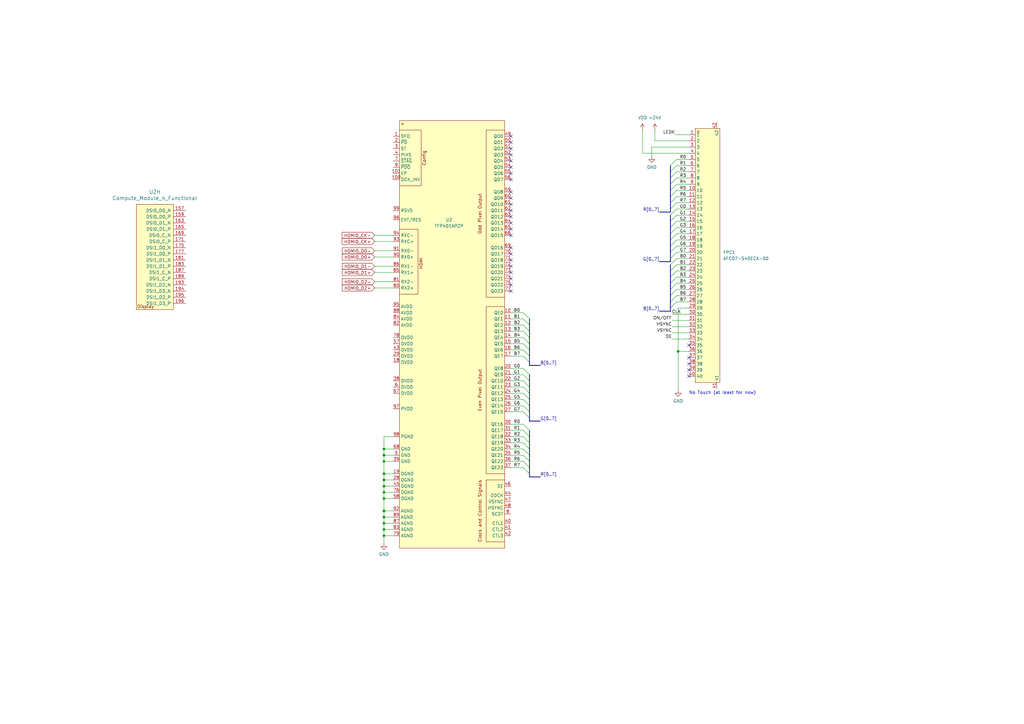
<source format=kicad_sch>
(kicad_sch (version 20230121) (generator eeschema)
  (paper "A3")
  (lib_symbols
    (symbol "Raspberry_Pi_Compute_Module_4:Compute_Module_4_Functional" (pin_names (offset 1.016))
      (property "Reference" "U" (at 5.08 5.08 0))
      (property "Value" "Compute_Module_4_Functional" (at 5.08 7.62 0))
      (symbol "Compute_Module_4_Functional_1_0"
        (text "Power" (at 21.59 -13.97 0) (effects (font (size 1.27 1.27))))
      )
      (symbol "Compute_Module_4_Functional_1_1"
        (rectangle (start 5.08 2.54) (end 38.1 -15.24) (fill (type background)))
        (pin power_in line (at 0 -13.97 0) (length 5.08) (name "GND[51]") (number "1"))
        (pin power_in line (at 0 -13.97 0) (length 5.08) (name "GND[51]") (number "107"))
        (pin power_in line (at 0 -13.97 0) (length 5.08) (name "GND[51]") (number "108"))
        (pin power_in line (at 0 -13.97 0) (length 5.08) (name "GND[51]") (number "113"))
        (pin power_in line (at 0 -13.97 0) (length 5.08) (name "GND[51]") (number "114"))
        (pin power_in line (at 0 -13.97 0) (length 5.08) (name "GND[51]") (number "119"))
        (pin power_in line (at 0 -13.97 0) (length 5.08) (name "GND[51]") (number "120"))
        (pin power_in line (at 0 -13.97 0) (length 5.08) (name "GND[51]") (number "125"))
        (pin power_in line (at 0 -13.97 0) (length 5.08) (name "GND[51]") (number "126"))
        (pin power_in line (at 0 -13.97 0) (length 5.08) (name "GND[51]") (number "13"))
        (pin power_in line (at 0 -13.97 0) (length 5.08) (name "GND[51]") (number "131"))
        (pin power_in line (at 0 -13.97 0) (length 5.08) (name "GND[51]") (number "132"))
        (pin power_in line (at 0 -13.97 0) (length 5.08) (name "GND[51]") (number "137"))
        (pin power_in line (at 0 -13.97 0) (length 5.08) (name "GND[51]") (number "138"))
        (pin power_in line (at 0 -13.97 0) (length 5.08) (name "GND[51]") (number "14"))
        (pin power_in line (at 0 -13.97 0) (length 5.08) (name "GND[51]") (number "144"))
        (pin power_in line (at 0 -13.97 0) (length 5.08) (name "GND[51]") (number "150"))
        (pin power_in line (at 0 -13.97 0) (length 5.08) (name "GND[51]") (number "155"))
        (pin power_in line (at 0 -13.97 0) (length 5.08) (name "GND[51]") (number "156"))
        (pin power_in line (at 0 -13.97 0) (length 5.08) (name "GND[51]") (number "161"))
        (pin power_in line (at 0 -13.97 0) (length 5.08) (name "GND[51]") (number "162"))
        (pin power_in line (at 0 -13.97 0) (length 5.08) (name "GND[51]") (number "167"))
        (pin power_in line (at 0 -13.97 0) (length 5.08) (name "GND[51]") (number "168"))
        (pin power_in line (at 0 -13.97 0) (length 5.08) (name "GND[51]") (number "173"))
        (pin power_in line (at 0 -13.97 0) (length 5.08) (name "GND[51]") (number "174"))
        (pin power_in line (at 0 -13.97 0) (length 5.08) (name "GND[51]") (number "179"))
        (pin power_in line (at 0 -13.97 0) (length 5.08) (name "GND[51]") (number "180"))
        (pin power_in line (at 0 -13.97 0) (length 5.08) (name "GND[51]") (number "185"))
        (pin power_in line (at 0 -13.97 0) (length 5.08) (name "GND[51]") (number "186"))
        (pin power_in line (at 0 -13.97 0) (length 5.08) (name "GND[51]") (number "191"))
        (pin power_in line (at 0 -13.97 0) (length 5.08) (name "GND[51]") (number "192"))
        (pin power_in line (at 0 -13.97 0) (length 5.08) (name "GND[51]") (number "197"))
        (pin power_in line (at 0 -13.97 0) (length 5.08) (name "GND[51]") (number "198"))
        (pin power_in line (at 0 -13.97 0) (length 5.08) (name "GND[51]") (number "2"))
        (pin power_in line (at 0 -13.97 0) (length 5.08) (name "GND[51]") (number "22"))
        (pin power_in line (at 0 -13.97 0) (length 5.08) (name "GND[51]") (number "23"))
        (pin power_in line (at 0 -13.97 0) (length 5.08) (name "GND[51]") (number "32"))
        (pin power_in line (at 0 -13.97 0) (length 5.08) (name "GND[51]") (number "33"))
        (pin power_in line (at 0 -13.97 0) (length 5.08) (name "GND[51]") (number "42"))
        (pin power_in line (at 0 -13.97 0) (length 5.08) (name "GND[51]") (number "43"))
        (pin power_in line (at 0 -13.97 0) (length 5.08) (name "GND[51]") (number "52"))
        (pin power_in line (at 0 -13.97 0) (length 5.08) (name "GND[51]") (number "53"))
        (pin power_in line (at 0 -13.97 0) (length 5.08) (name "GND[51]") (number "59"))
        (pin power_in line (at 0 -13.97 0) (length 5.08) (name "GND[51]") (number "60"))
        (pin power_in line (at 0 -13.97 0) (length 5.08) (name "GND[51]") (number "65"))
        (pin power_in line (at 0 -13.97 0) (length 5.08) (name "GND[51]") (number "66"))
        (pin power_in line (at 0 -13.97 0) (length 5.08) (name "GND[51]") (number "7"))
        (pin power_in line (at 0 -13.97 0) (length 5.08) (name "GND[51]") (number "71"))
        (pin power_in line (at 0 -13.97 0) (length 5.08) (name "GND[51]") (number "74"))
        (pin power_in line (at 0 1.27 0) (length 5.08) (name "+5V") (number "77"))
        (pin power_in line (at 0 -1.27 0) (length 5.08) (name "+5V") (number "79"))
        (pin power_in line (at 0 -13.97 0) (length 5.08) (name "GND[51]") (number "8"))
        (pin power_in line (at 0 -3.81 0) (length 5.08) (name "+5V") (number "81"))
        (pin power_in line (at 0 -6.35 0) (length 5.08) (name "+5V") (number "83"))
        (pin power_out line (at 43.18 -2.54 180) (length 5.08) (name "CM4_3.3V_Out_1") (number "84"))
        (pin power_in line (at 0 -8.89 0) (length 5.08) (name "+5V") (number "85"))
        (pin power_out line (at 43.18 -5.08 180) (length 5.08) (name "CM4_3.3V_Out_2") (number "86"))
        (pin power_in line (at 0 -11.43 0) (length 5.08) (name "+5V") (number "87"))
        (pin power_out line (at 43.18 -7.62 180) (length 5.08) (name "CM4_1.8V_Out_1") (number "88"))
        (pin power_out line (at 43.18 -10.16 180) (length 5.08) (name "CM4_1.8V_Out_2") (number "90"))
        (pin power_in line (at 0 -13.97 0) (length 5.08) (name "GND[51]") (number "98"))
      )
      (symbol "Compute_Module_4_Functional_2_0"
        (text "GPIO" (at 7.62 -69.85 0) (effects (font (size 1.27 1.27))))
      )
      (symbol "Compute_Module_4_Functional_2_1"
        (rectangle (start 5.08 2.54) (end 30.48 -71.12) (fill (type background)))
        (pin passive line (at 35.56 0 180) (length 5.08) (name "GPIO26") (number "24"))
        (pin passive line (at 35.56 -2.54 180) (length 5.08) (name "GPIO21") (number "25"))
        (pin passive line (at 35.56 -5.08 180) (length 5.08) (name "GPIO19") (number "26"))
        (pin passive line (at 35.56 -7.62 180) (length 5.08) (name "GPIO20") (number "27"))
        (pin passive line (at 35.56 -10.16 180) (length 5.08) (name "GPIO13") (number "28"))
        (pin passive line (at 35.56 -12.7 180) (length 5.08) (name "GPIO16") (number "29"))
        (pin passive line (at 35.56 -15.24 180) (length 5.08) (name "GPIO6") (number "30"))
        (pin passive line (at 35.56 -17.78 180) (length 5.08) (name "GPIO12") (number "31"))
        (pin passive line (at 35.56 -20.32 180) (length 5.08) (name "GPIO5") (number "34"))
        (pin passive line (at 35.56 -22.86 180) (length 5.08) (name "ID_SC") (number "35"))
        (pin passive line (at 35.56 -25.4 180) (length 5.08) (name "ID_SD") (number "36"))
        (pin passive line (at 35.56 -27.94 180) (length 5.08) (name "GPIO7") (number "37"))
        (pin passive line (at 35.56 -30.48 180) (length 5.08) (name "GPIO11") (number "38"))
        (pin passive line (at 35.56 -33.02 180) (length 5.08) (name "GPIO8") (number "39"))
        (pin passive line (at 35.56 -35.56 180) (length 5.08) (name "GPIO9") (number "40"))
        (pin passive line (at 35.56 -38.1 180) (length 5.08) (name "GPIO25") (number "41"))
        (pin passive line (at 35.56 -40.64 180) (length 5.08) (name "GPIO10") (number "44"))
        (pin passive line (at 35.56 -43.18 180) (length 5.08) (name "GPIO24") (number "45"))
        (pin passive line (at 35.56 -45.72 180) (length 5.08) (name "GPIO22") (number "46"))
        (pin passive line (at 35.56 -48.26 180) (length 5.08) (name "GPIO23") (number "47"))
        (pin passive line (at 35.56 -50.8 180) (length 5.08) (name "GPIO27") (number "48"))
        (pin passive line (at 35.56 -53.34 180) (length 5.08) (name "GPIO18") (number "49"))
        (pin passive line (at 35.56 -55.88 180) (length 5.08) (name "GPIO17") (number "50"))
        (pin passive line (at 35.56 -58.42 180) (length 5.08) (name "GPIO15") (number "51"))
        (pin passive line (at 35.56 -60.96 180) (length 5.08) (name "GPIO4") (number "54"))
        (pin passive line (at 35.56 -63.5 180) (length 5.08) (name "GPIO14") (number "55"))
        (pin passive line (at 35.56 -66.04 180) (length 5.08) (name "GPIO3") (number "56"))
        (pin passive line (at 35.56 -68.58 180) (length 5.08) (name "GPIO2") (number "58"))
        (pin power_in line (at 0 -33.02 0) (length 5.08) (name "GPIO_VREF") (number "78"))
      )
      (symbol "Compute_Module_4_Functional_3_0"
        (text "Ethernet" (at 10.16 -26.67 0) (effects (font (size 1.27 1.27))))
      )
      (symbol "Compute_Module_4_Functional_3_1"
        (rectangle (start 5.08 2.54) (end 53.34 -27.94) (fill (type background)))
        (pin passive line (at 58.42 -12.7 180) (length 5.08) (name "Ethernet_Pair0_N") (number "10"))
        (pin passive line (at 58.42 -15.24 180) (length 5.08) (name "Ethernet_Pair2_P") (number "11"))
        (pin passive line (at 58.42 -17.78 180) (length 5.08) (name "Ethernet_Pair0_P") (number "12"))
        (pin output line (at 58.42 -20.32 180) (length 5.08) (name "~{Ethernet_nLED3}") (number "15"))
        (pin input line (at 0 -10.16 0) (length 5.08) (name "Ethernet_SYNC_IN") (number "16"))
        (pin output line (at 58.42 -22.86 180) (length 5.08) (name "~{Ethernet_nLED2}") (number "17"))
        (pin input line (at 0 -12.7 0) (length 5.08) (name "Ethernet_SYNC_OUT") (number "18"))
        (pin output line (at 58.42 -25.4 180) (length 5.08) (name "~{Ethernet_nLED1}") (number "19"))
        (pin passive line (at 58.42 0 180) (length 5.08) (name "Ethernet_Pair3_P") (number "3"))
        (pin passive line (at 58.42 -2.54 180) (length 5.08) (name "Ethernet_Pair1_P") (number "4"))
        (pin passive line (at 58.42 -5.08 180) (length 5.08) (name "Ethernet_Pair3_N") (number "5"))
        (pin passive line (at 58.42 -7.62 180) (length 5.08) (name "Ethernet_Pair1_N") (number "6"))
        (pin passive line (at 58.42 -10.16 180) (length 5.08) (name "Ethernet_Pair2_N") (number "9"))
      )
      (symbol "Compute_Module_4_Functional_4_0"
        (text "USB" (at 7.62 -6.35 0) (effects (font (size 1.27 1.27))))
      )
      (symbol "Compute_Module_4_Functional_4_1"
        (rectangle (start 5.08 2.54) (end 20.32 -7.62) (fill (type background)))
        (pin input line (at 25.4 0 180) (length 5.08) (name "USB_OTG_ID") (number "101"))
        (pin passive line (at 25.4 -2.54 180) (length 5.08) (name "USB_N") (number "103"))
        (pin passive line (at 25.4 -5.08 180) (length 5.08) (name "USB_P") (number "105"))
      )
      (symbol "Compute_Module_4_Functional_5_0"
        (text "PCI-E" (at 8.89 -19.05 0) (effects (font (size 1.27 1.27))))
      )
      (symbol "Compute_Module_4_Functional_5_1"
        (rectangle (start 5.08 2.54) (end 25.4 -20.32) (fill (type background)))
        (pin input line (at 30.48 0 180) (length 5.08) (name "~{PCIe_CLK_nREQ}") (number "102"))
        (pin output line (at 30.48 -2.54 180) (length 5.08) (name "~{PCIe_nRST}") (number "109"))
        (pin output line (at 30.48 -5.08 180) (length 5.08) (name "PCIe_CLK_P") (number "110"))
        (pin output line (at 30.48 -7.62 180) (length 5.08) (name "PCIe_CLK_N") (number "112"))
        (pin input line (at 30.48 -10.16 180) (length 5.08) (name "PCIe_RX_P") (number "116"))
        (pin input line (at 30.48 -12.7 180) (length 5.08) (name "PCIe_RX_N") (number "118"))
        (pin output line (at 30.48 -15.24 180) (length 5.08) (name "PCIe_TX_P") (number "122"))
        (pin output line (at 30.48 -17.78 180) (length 5.08) (name "PCIe_TX_N") (number "124"))
      )
      (symbol "Compute_Module_4_Functional_6_0"
        (text "Camera" (at 8.89 -39.37 0) (effects (font (size 1.27 1.27))))
      )
      (symbol "Compute_Module_4_Functional_6_1"
        (rectangle (start 5.08 2.54) (end 20.32 -40.64) (fill (type background)))
        (pin input line (at 25.4 0 180) (length 5.08) (name "CAM1_D0_N") (number "115"))
        (pin input line (at 25.4 -2.54 180) (length 5.08) (name "CAM1_D0_P") (number "117"))
        (pin input line (at 25.4 -5.08 180) (length 5.08) (name "CAM1_D1_N") (number "121"))
        (pin input line (at 25.4 -7.62 180) (length 5.08) (name "CAM1_D1_P") (number "123"))
        (pin input line (at 25.4 -10.16 180) (length 5.08) (name "CAM1_C_N") (number "127"))
        (pin input line (at 25.4 -12.7 180) (length 5.08) (name "CAM0_D0_N") (number "128"))
        (pin input line (at 25.4 -15.24 180) (length 5.08) (name "CAM1_C_P") (number "129"))
        (pin input line (at 25.4 -17.78 180) (length 5.08) (name "CAM0_D0_P") (number "130"))
        (pin input line (at 25.4 -20.32 180) (length 5.08) (name "CAM1_D2_N") (number "133"))
        (pin input line (at 25.4 -22.86 180) (length 5.08) (name "CAM0_D1_N") (number "134"))
        (pin input line (at 25.4 -25.4 180) (length 5.08) (name "CAM1_D2_P") (number "135"))
        (pin input line (at 25.4 -27.94 180) (length 5.08) (name "CAM0_D1_P") (number "136"))
        (pin input line (at 25.4 -30.48 180) (length 5.08) (name "CAM1_D3_N") (number "139"))
        (pin input line (at 25.4 -33.02 180) (length 5.08) (name "CAM0_C_N") (number "140"))
        (pin input line (at 25.4 -35.56 180) (length 5.08) (name "CAM1_D3_P") (number "141"))
        (pin input line (at 25.4 -38.1 180) (length 5.08) (name "CAM0_C_P") (number "142"))
      )
      (symbol "Compute_Module_4_Functional_7_0"
        (text "HDMI" (at 7.62 -39.37 0) (effects (font (size 1.27 1.27))))
      )
      (symbol "Compute_Module_4_Functional_7_1"
        (rectangle (start 5.08 2.54) (end 43.18 -40.64) (fill (type background)))
        (pin input line (at 0 -10.16 0) (length 5.08) (name "HDMI1_HOTPLUG") (number "143"))
        (pin bidirectional line (at 0 -12.7 0) (length 5.08) (name "HDMI1_SDA") (number "145"))
        (pin output line (at 48.26 0 180) (length 5.08) (name "HDMI1_TX2_P") (number "146"))
        (pin open_collector line (at 0 -15.24 0) (length 5.08) (name "HDMI1_SCL") (number "147"))
        (pin output line (at 48.26 -2.54 180) (length 5.08) (name "HDMI1_TX2_N") (number "148"))
        (pin open_collector line (at 0 -17.78 0) (length 5.08) (name "HDMI1_CEC") (number "149"))
        (pin open_collector line (at 0 -20.32 0) (length 5.08) (name "HDMI0_CEC") (number "151"))
        (pin output line (at 48.26 -5.08 180) (length 5.08) (name "HDMI1_TX1_P") (number "152"))
        (pin input line (at 0 -22.86 0) (length 5.08) (name "HDMI0_HOTPLUG") (number "153"))
        (pin output line (at 48.26 -7.62 180) (length 5.08) (name "HDMI1_TX1_N") (number "154"))
        (pin output line (at 48.26 -10.16 180) (length 5.08) (name "HDMI1_TX0_P") (number "158"))
        (pin output line (at 48.26 -12.7 180) (length 5.08) (name "HDMI1_TX0_N") (number "160"))
        (pin output line (at 48.26 -15.24 180) (length 5.08) (name "HDMI1_CLK_P") (number "164"))
        (pin output line (at 48.26 -17.78 180) (length 5.08) (name "HDMI1_CLK_N") (number "166"))
        (pin output line (at 48.26 -20.32 180) (length 5.08) (name "HDMI0_TX2_P") (number "170"))
        (pin output line (at 48.26 -22.86 180) (length 5.08) (name "HDMI0_TX2_N") (number "172"))
        (pin output line (at 48.26 -25.4 180) (length 5.08) (name "HDMI0_TX1_P") (number "176"))
        (pin output line (at 48.26 -27.94 180) (length 5.08) (name "HDMI0_TX1_N") (number "178"))
        (pin output line (at 48.26 -30.48 180) (length 5.08) (name "HDMI0_TX0_P") (number "182"))
        (pin output line (at 48.26 -33.02 180) (length 5.08) (name "HDMI0_TX0_N") (number "184"))
        (pin output line (at 48.26 -35.56 180) (length 5.08) (name "HDMI0_CLK_P") (number "188"))
        (pin output line (at 48.26 -38.1 180) (length 5.08) (name "HDMI0_CLK_N") (number "190"))
        (pin bidirectional line (at 0 -25.4 0) (length 5.08) (name "HDMI0_SDA") (number "199"))
        (pin open_collector line (at 0 -27.94 0) (length 5.08) (name "HDMI0_SCL") (number "200"))
      )
      (symbol "Compute_Module_4_Functional_8_0"
        (text "Display" (at 8.89 -39.37 0) (effects (font (size 1.27 1.27))))
      )
      (symbol "Compute_Module_4_Functional_8_1"
        (rectangle (start 5.08 2.54) (end 20.32 -40.64) (fill (type background)))
        (pin output line (at 25.4 0 180) (length 5.08) (name "DSI0_D0_N") (number "157"))
        (pin output line (at 25.4 -2.54 180) (length 5.08) (name "DSI0_D0_P") (number "159"))
        (pin output line (at 25.4 -5.08 180) (length 5.08) (name "DSI0_D1_N") (number "163"))
        (pin output line (at 25.4 -7.62 180) (length 5.08) (name "DSI0_D1_P") (number "165"))
        (pin output line (at 25.4 -10.16 180) (length 5.08) (name "DSI0_C_N") (number "169"))
        (pin output line (at 25.4 -12.7 180) (length 5.08) (name "DSI0_C_P") (number "171"))
        (pin output line (at 25.4 -15.24 180) (length 5.08) (name "DSI1_D0_N") (number "175"))
        (pin output line (at 25.4 -17.78 180) (length 5.08) (name "DSI1_D0_P") (number "177"))
        (pin output line (at 25.4 -20.32 180) (length 5.08) (name "DSI1_D1_N") (number "181"))
        (pin output line (at 25.4 -22.86 180) (length 5.08) (name "DSI1_D1_P") (number "183"))
        (pin output line (at 25.4 -25.4 180) (length 5.08) (name "DSI1_C_N") (number "187"))
        (pin output line (at 25.4 -27.94 180) (length 5.08) (name "DSI1_C_P") (number "189"))
        (pin output line (at 25.4 -30.48 180) (length 5.08) (name "DSI1_D2_N") (number "193"))
        (pin output line (at 25.4 -33.02 180) (length 5.08) (name "DSI1_D3_N") (number "194"))
        (pin output line (at 25.4 -35.56 180) (length 5.08) (name "DSI1_D2_P") (number "195"))
        (pin output line (at 25.4 -38.1 180) (length 5.08) (name "DSI1_D3_P") (number "196"))
      )
      (symbol "Compute_Module_4_Functional_9_0"
        (text "SD Card" (at 10.16 -26.67 0) (effects (font (size 1.27 1.27))))
      )
      (symbol "Compute_Module_4_Functional_9_1"
        (rectangle (start 5.08 2.54) (end 43.18 -27.94) (fill (type background)))
        (pin passive line (at 48.26 0 180) (length 5.08) (name "SD_CLK") (number "57"))
        (pin passive line (at 48.26 -2.54 180) (length 5.08) (name "SD_DAT3") (number "61"))
        (pin passive line (at 48.26 -5.08 180) (length 5.08) (name "SD_CMD") (number "62"))
        (pin passive line (at 48.26 -7.62 180) (length 5.08) (name "SD_DAT0") (number "63"))
        (pin passive line (at 48.26 -10.16 180) (length 5.08) (name "SD_DAT5") (number "64"))
        (pin passive line (at 48.26 -12.7 180) (length 5.08) (name "SD_DAT1") (number "67"))
        (pin passive line (at 48.26 -15.24 180) (length 5.08) (name "SD_DAT4") (number "68"))
        (pin passive line (at 48.26 -17.78 180) (length 5.08) (name "SD_DAT2") (number "69"))
        (pin passive line (at 48.26 -20.32 180) (length 5.08) (name "SD_DAT7") (number "70"))
        (pin passive line (at 48.26 -22.86 180) (length 5.08) (name "SD_DAT6") (number "72"))
        (pin input line (at 0 -12.7 0) (length 5.08) (name "SD_VDD_Override") (number "73"))
        (pin output line (at 48.26 -25.4 180) (length 5.08) (name "SD_PWR_ON") (number "75"))
      )
      (symbol "Compute_Module_4_Functional_10_0"
        (text "Miscellaneous" (at 12.7 -39.37 0) (effects (font (size 1.27 1.27))))
      )
      (symbol "Compute_Module_4_Functional_10_1"
        (rectangle (start 5.08 2.54) (end 43.18 -40.64) (fill (type background)))
        (pin output line (at 48.26 -15.24 180) (length 5.08) (name "~{nEXTRST}") (number "100"))
        (pin no_connect line (at 0 -33.02 0) (length 5.08) (name "Reserved") (number "104"))
        (pin no_connect line (at 0 -35.56 0) (length 5.08) (name "Reserved") (number "106"))
        (pin output line (at 48.26 -38.1 180) (length 5.08) (name "VDAC_COMP") (number "111"))
        (pin input line (at 0 -10.16 0) (length 5.08) (name "EEPROM_nWP") (number "20"))
        (pin open_collector line (at 48.26 -2.54 180) (length 5.08) (name "~{Pi_nLED_Activity}") (number "21"))
        (pin no_connect line (at 0 -30.48 0) (length 5.08) (name "Reserved") (number "76"))
        (pin bidirectional line (at 48.26 -31.75 180) (length 5.08) (name "I2C_SCL0") (number "80"))
        (pin bidirectional line (at 48.26 -34.29 180) (length 5.08) (name "I2C_SDA0") (number "82"))
        (pin input line (at 0 0 0) (length 5.08) (name "~{WL_nDisable}") (number "89"))
        (pin input line (at 0 -2.54 0) (length 5.08) (name "~{BT_nDisable}") (number "91"))
        (pin passive line (at 48.26 -11.43 180) (length 5.08) (name "RUN_PG") (number "92"))
        (pin input line (at 0 -15.24 0) (length 5.08) (name "~{nRPIBOOT}") (number "93"))
        (pin passive line (at 0 -22.86 0) (length 5.08) (name "AnalogIP1") (number "94"))
        (pin output line (at 48.26 -6.35 180) (length 5.08) (name "~{PI_LED_nPWR}") (number "95"))
        (pin passive line (at 0 -25.4 0) (length 5.08) (name "AnalogIP0") (number "96"))
        (pin input line (at 0 -5.08 0) (length 5.08) (name "Camera_GPIO") (number "97"))
        (pin input line (at 0 -17.78 0) (length 5.08) (name "GLOBAL_EN") (number "99"))
      )
    )
    (symbol "easyeda2kicad:AFC07-S40ECA-00"
      (property "Reference" "FPC" (at 0 59.69 0))
      (property "Value" "AFC07-S40ECA-00" (at 0 -59.69 0))
      (symbol "AFC07-S40ECA-00_0_1"
        (rectangle (start -3.81 52.07) (end 6.35 -52.07) (fill (type background)))
        (circle (center -2.54 50.8) (radius 0.38))
        (pin unspecified line (at -6.35 49.53 0) (length 2.54) (name "1") (number "1"))
        (pin unspecified line (at -6.35 26.67 0) (length 2.54) (name "10") (number "10"))
        (pin unspecified line (at -6.35 24.13 0) (length 2.54) (name "11") (number "11"))
        (pin unspecified line (at -6.35 21.59 0) (length 2.54) (name "12") (number "12"))
        (pin unspecified line (at -6.35 19.05 0) (length 2.54) (name "13") (number "13"))
        (pin unspecified line (at -6.35 16.51 0) (length 2.54) (name "14") (number "14"))
        (pin unspecified line (at -6.35 13.97 0) (length 2.54) (name "15") (number "15"))
        (pin unspecified line (at -6.35 11.43 0) (length 2.54) (name "16") (number "16"))
        (pin unspecified line (at -6.35 8.89 0) (length 2.54) (name "17") (number "17"))
        (pin unspecified line (at -6.35 6.35 0) (length 2.54) (name "18") (number "18"))
        (pin unspecified line (at -6.35 3.81 0) (length 2.54) (name "19") (number "19"))
        (pin unspecified line (at -6.35 46.99 0) (length 2.54) (name "2") (number "2"))
        (pin unspecified line (at -6.35 1.27 0) (length 2.54) (name "20") (number "20"))
        (pin unspecified line (at -6.35 -1.27 0) (length 2.54) (name "21") (number "21"))
        (pin unspecified line (at -6.35 -3.81 0) (length 2.54) (name "22") (number "22"))
        (pin unspecified line (at -6.35 -6.35 0) (length 2.54) (name "23") (number "23"))
        (pin unspecified line (at -6.35 -8.89 0) (length 2.54) (name "24") (number "24"))
        (pin unspecified line (at -6.35 -11.43 0) (length 2.54) (name "25") (number "25"))
        (pin unspecified line (at -6.35 -13.97 0) (length 2.54) (name "26") (number "26"))
        (pin unspecified line (at -6.35 -16.51 0) (length 2.54) (name "27") (number "27"))
        (pin unspecified line (at -6.35 -19.05 0) (length 2.54) (name "28") (number "28"))
        (pin unspecified line (at -6.35 -21.59 0) (length 2.54) (name "29") (number "29"))
        (pin unspecified line (at -6.35 44.45 0) (length 2.54) (name "3") (number "3"))
        (pin unspecified line (at -6.35 -24.13 0) (length 2.54) (name "30") (number "30"))
        (pin unspecified line (at -6.35 -26.67 0) (length 2.54) (name "31") (number "31"))
        (pin unspecified line (at -6.35 -29.21 0) (length 2.54) (name "32") (number "32"))
        (pin unspecified line (at -6.35 -31.75 0) (length 2.54) (name "33") (number "33"))
        (pin unspecified line (at -6.35 -34.29 0) (length 2.54) (name "34") (number "34"))
        (pin unspecified line (at -6.35 -36.83 0) (length 2.54) (name "35") (number "35"))
        (pin unspecified line (at -6.35 -39.37 0) (length 2.54) (name "36") (number "36"))
        (pin unspecified line (at -6.35 -41.91 0) (length 2.54) (name "37") (number "37"))
        (pin unspecified line (at -6.35 -44.45 0) (length 2.54) (name "38") (number "38"))
        (pin unspecified line (at -6.35 -46.99 0) (length 2.54) (name "39") (number "39"))
        (pin unspecified line (at -6.35 41.91 0) (length 2.54) (name "4") (number "4"))
        (pin unspecified line (at -6.35 -49.53 0) (length 2.54) (name "40") (number "40"))
        (pin unspecified line (at 5.08 -54.61 90) (length 2.54) (name "41") (number "41"))
        (pin unspecified line (at 5.08 54.61 270) (length 2.54) (name "42") (number "42"))
        (pin unspecified line (at -6.35 39.37 0) (length 2.54) (name "5") (number "5"))
        (pin unspecified line (at -6.35 36.83 0) (length 2.54) (name "6") (number "6"))
        (pin unspecified line (at -6.35 34.29 0) (length 2.54) (name "7") (number "7"))
        (pin unspecified line (at -6.35 31.75 0) (length 2.54) (name "8") (number "8"))
        (pin unspecified line (at -6.35 29.21 0) (length 2.54) (name "9") (number "9"))
      )
    )
    (symbol "easyeda2kicad:TFP401APZP"
      (property "Reference" "U" (at 0 68.58 0))
      (property "Value" "TFP401APZP" (at 0 -68.58 0))
      (symbol "TFP401APZP_0_1"
        (rectangle (start -20.32 111.76) (end 22.86 -63.5) (fill (type background)))
        (circle (center -19.05 110.49) (radius 0.38))
        (polyline (pts (xy -20.32 67.31) (xy -12.7 67.31) (xy -12.7 40.64) (xy -20.32 40.64)))
        (polyline (pts (xy -20.32 85.09) (xy -11.43 85.09) (xy -11.43 107.95) (xy -20.32 107.95)))
        (polyline (pts (xy 22.86 -35.56) (xy 15.24 -35.56) (xy 15.24 -60.96) (xy 22.86 -60.96)))
        (polyline (pts (xy 22.86 35.56) (xy 15.24 35.56) (xy 15.24 -33.02) (xy 22.86 -33.02)))
        (polyline (pts (xy 22.86 39.37) (xy 15.24 39.37) (xy 15.24 107.95) (xy 22.86 107.95)))
        (pin unspecified line (at -22.86 105.41 0) (length 2.54) (name "DFO") (number "1"))
        (pin unspecified line (at 25.4 33.02 180) (length 2.54) (name "QE0") (number "10"))
        (pin unspecified line (at -22.86 87.63 0) (length 2.54) (name "OCK_INV") (number "100"))
        (pin unspecified line (at -22.86 90.17 0) (length 2.54) (name "EP") (number "101"))
        (pin unspecified line (at 25.4 30.48 180) (length 2.54) (name "QE1") (number "11"))
        (pin unspecified line (at 25.4 27.94 180) (length 2.54) (name "QE2") (number "12"))
        (pin unspecified line (at 25.4 25.4 180) (length 2.54) (name "QE3") (number "13"))
        (pin unspecified line (at 25.4 22.86 180) (length 2.54) (name "QE4") (number "14"))
        (pin unspecified line (at 25.4 20.32 180) (length 2.54) (name "QE5") (number "15"))
        (pin unspecified line (at 25.4 17.78 180) (length 2.54) (name "QE6") (number "16"))
        (pin unspecified line (at 25.4 15.24 180) (length 2.54) (name "QE7") (number "17"))
        (pin unspecified line (at -22.86 12.7 0) (length 2.54) (name "OVDD") (number "18"))
        (pin unspecified line (at -22.86 -33.02 0) (length 2.54) (name "OGND") (number "19"))
        (pin unspecified line (at -22.86 102.87 0) (length 2.54) (name "~{PD}") (number "2"))
        (pin unspecified line (at 25.4 10.16 180) (length 2.54) (name "QE8") (number "20"))
        (pin unspecified line (at 25.4 7.62 180) (length 2.54) (name "QE9") (number "21"))
        (pin unspecified line (at 25.4 5.08 180) (length 2.54) (name "QE10") (number "22"))
        (pin unspecified line (at 25.4 2.54 180) (length 2.54) (name "QE11") (number "23"))
        (pin unspecified line (at 25.4 0 180) (length 2.54) (name "QE12") (number "24"))
        (pin unspecified line (at 25.4 -2.54 180) (length 2.54) (name "QE13") (number "25"))
        (pin unspecified line (at 25.4 -5.08 180) (length 2.54) (name "QE14") (number "26"))
        (pin unspecified line (at 25.4 -7.62 180) (length 2.54) (name "QE15") (number "27"))
        (pin unspecified line (at -22.86 -35.56 0) (length 2.54) (name "OGND") (number "28"))
        (pin unspecified line (at -22.86 15.24 0) (length 2.54) (name "OVDD") (number "29"))
        (pin unspecified line (at -22.86 100.33 0) (length 2.54) (name "ST") (number "3"))
        (pin unspecified line (at 25.4 -12.7 180) (length 2.54) (name "QE16") (number "30"))
        (pin unspecified line (at 25.4 -15.24 180) (length 2.54) (name "QE17") (number "31"))
        (pin unspecified line (at 25.4 -17.78 180) (length 2.54) (name "QE18") (number "32"))
        (pin unspecified line (at 25.4 -20.32 180) (length 2.54) (name "QE19") (number "33"))
        (pin unspecified line (at 25.4 -22.86 180) (length 2.54) (name "QE20") (number "34"))
        (pin unspecified line (at 25.4 -25.4 180) (length 2.54) (name "QE21") (number "35"))
        (pin unspecified line (at 25.4 -27.94 180) (length 2.54) (name "QE22") (number "36"))
        (pin unspecified line (at 25.4 -30.48 180) (length 2.54) (name "QE23") (number "37"))
        (pin unspecified line (at -22.86 5.08 0) (length 2.54) (name "DVDD") (number "38"))
        (pin unspecified line (at -22.86 -27.94 0) (length 2.54) (name "GND") (number "39"))
        (pin unspecified line (at -22.86 97.79 0) (length 2.54) (name "PIXS") (number "4"))
        (pin unspecified line (at 25.4 -53.34 180) (length 2.54) (name "CTL1") (number "40"))
        (pin unspecified line (at 25.4 -55.88 180) (length 2.54) (name "CTL2") (number "41"))
        (pin unspecified line (at 25.4 -58.42 180) (length 2.54) (name "CTL3") (number "42"))
        (pin unspecified line (at -22.86 17.78 0) (length 2.54) (name "OVDD") (number "43"))
        (pin unspecified line (at 25.4 -41.91 180) (length 2.54) (name "ODCK") (number "44"))
        (pin unspecified line (at -22.86 -38.1 0) (length 2.54) (name "OGND") (number "45"))
        (pin unspecified line (at 25.4 -38.1 180) (length 2.54) (name "DE") (number "46"))
        (pin unspecified line (at 25.4 -44.45 180) (length 2.54) (name "VSYNC") (number "47"))
        (pin unspecified line (at 25.4 -46.99 180) (length 2.54) (name "HSYNC") (number "48"))
        (pin unspecified line (at 25.4 105.41 180) (length 2.54) (name "QO0") (number "49"))
        (pin unspecified line (at -22.86 -25.4 0) (length 2.54) (name "GND") (number "5"))
        (pin unspecified line (at 25.4 102.87 180) (length 2.54) (name "QO1") (number "50"))
        (pin unspecified line (at 25.4 100.33 180) (length 2.54) (name "QO2") (number "51"))
        (pin unspecified line (at 25.4 97.79 180) (length 2.54) (name "QO3") (number "52"))
        (pin unspecified line (at 25.4 95.25 180) (length 2.54) (name "QO4") (number "53"))
        (pin unspecified line (at 25.4 92.71 180) (length 2.54) (name "QO5") (number "54"))
        (pin unspecified line (at 25.4 90.17 180) (length 2.54) (name "QO6") (number "55"))
        (pin unspecified line (at 25.4 87.63 180) (length 2.54) (name "QO7") (number "56"))
        (pin unspecified line (at -22.86 20.32 0) (length 2.54) (name "OVDD") (number "57"))
        (pin unspecified line (at -22.86 -43.18 0) (length 2.54) (name "OGND") (number "58"))
        (pin unspecified line (at 25.4 82.55 180) (length 2.54) (name "QO8") (number "59"))
        (pin unspecified line (at -22.86 2.54 0) (length 2.54) (name "DVDD") (number "6"))
        (pin unspecified line (at 25.4 80.01 180) (length 2.54) (name "QO9") (number "60"))
        (pin unspecified line (at 25.4 77.47 180) (length 2.54) (name "QO10") (number "61"))
        (pin unspecified line (at 25.4 74.93 180) (length 2.54) (name "QO11") (number "62"))
        (pin unspecified line (at 25.4 72.39 180) (length 2.54) (name "QO12") (number "63"))
        (pin unspecified line (at 25.4 69.85 180) (length 2.54) (name "QO13") (number "64"))
        (pin unspecified line (at 25.4 67.31 180) (length 2.54) (name "QO14") (number "65"))
        (pin unspecified line (at 25.4 64.77 180) (length 2.54) (name "QO15") (number "66"))
        (pin unspecified line (at -22.86 0 0) (length 2.54) (name "DVDD") (number "67"))
        (pin unspecified line (at -22.86 -22.86 0) (length 2.54) (name "GND") (number "68"))
        (pin unspecified line (at 25.4 59.69 180) (length 2.54) (name "QO16") (number "69"))
        (pin unspecified line (at -22.86 95.25 0) (length 2.54) (name "~{STAG}") (number "7"))
        (pin unspecified line (at 25.4 57.15 180) (length 2.54) (name "QO17") (number "70"))
        (pin unspecified line (at 25.4 54.61 180) (length 2.54) (name "QO18") (number "71"))
        (pin unspecified line (at 25.4 52.07 180) (length 2.54) (name "QO19") (number "72"))
        (pin unspecified line (at 25.4 49.53 180) (length 2.54) (name "QO20") (number "73"))
        (pin unspecified line (at 25.4 46.99 180) (length 2.54) (name "QO21") (number "74"))
        (pin unspecified line (at 25.4 44.45 180) (length 2.54) (name "QO22") (number "75"))
        (pin unspecified line (at -22.86 -40.64 0) (length 2.54) (name "OGND") (number "76"))
        (pin unspecified line (at 25.4 41.91 180) (length 2.54) (name "QO23") (number "77"))
        (pin unspecified line (at -22.86 22.86 0) (length 2.54) (name "OVDD") (number "78"))
        (pin unspecified line (at -22.86 -58.42 0) (length 2.54) (name "AGND") (number "79"))
        (pin unspecified line (at 25.4 -49.53 180) (length 2.54) (name "SCDT") (number "8"))
        (pin unspecified line (at -22.86 43.18 0) (length 2.54) (name "RX2+") (number "80"))
        (pin unspecified line (at -22.86 45.72 0) (length 2.54) (name "RX2-") (number "81"))
        (pin unspecified line (at -22.86 27.94 0) (length 2.54) (name "AVDD") (number "82"))
        (pin unspecified line (at -22.86 -55.88 0) (length 2.54) (name "AGND") (number "83"))
        (pin unspecified line (at -22.86 30.48 0) (length 2.54) (name "AVDD") (number "84"))
        (pin unspecified line (at -22.86 49.53 0) (length 2.54) (name "RX1+") (number "85"))
        (pin unspecified line (at -22.86 52.07 0) (length 2.54) (name "RX1-") (number "86"))
        (pin unspecified line (at -22.86 -53.34 0) (length 2.54) (name "AGND") (number "87"))
        (pin unspecified line (at -22.86 33.02 0) (length 2.54) (name "AVDD") (number "88"))
        (pin unspecified line (at -22.86 -50.8 0) (length 2.54) (name "AGND") (number "89"))
        (pin unspecified line (at -22.86 92.71 0) (length 2.54) (name "~{PDO}") (number "9"))
        (pin unspecified line (at -22.86 55.88 0) (length 2.54) (name "RX0+") (number "90"))
        (pin unspecified line (at -22.86 58.42 0) (length 2.54) (name "RX0-") (number "91"))
        (pin unspecified line (at -22.86 -48.26 0) (length 2.54) (name "AGND") (number "92"))
        (pin unspecified line (at -22.86 62.23 0) (length 2.54) (name "RXC+") (number "93"))
        (pin unspecified line (at -22.86 64.77 0) (length 2.54) (name "RXC-") (number "94"))
        (pin unspecified line (at -22.86 35.56 0) (length 2.54) (name "AVDD") (number "95"))
        (pin unspecified line (at -22.86 71.12 0) (length 2.54) (name "EXT/RES") (number "96"))
        (pin unspecified line (at -22.86 -6.35 0) (length 2.54) (name "PVDD") (number "97"))
        (pin unspecified line (at -22.86 -17.78 0) (length 2.54) (name "PGND") (number "98"))
        (pin unspecified line (at -22.86 74.93 0) (length 2.54) (name "RSVD") (number "99"))
      )
      (symbol "TFP401APZP_1_1"
        (text "Clock and Control Signals" (at 12.7 -48.26 900) (effects (font (size 1.27 1.27))))
        (text "Config" (at -10.16 96.52 900) (effects (font (size 1.27 1.27))))
        (text "Even Pixel Output" (at 12.7 1.27 900) (effects (font (size 1.27 1.27))))
        (text "HDMI" (at -11.43 53.34 900) (effects (font (size 1.27 1.27))))
        (text "Odd Pixel Output" (at 12.7 73.66 900) (effects (font (size 1.27 1.27))))
      )
    )
    (symbol "power:+24V" (power) (pin_names (offset 0))
      (property "Value" "+24V" (at 0 3.556 0))
      (symbol "+24V_0_1"
        (polyline (pts (xy -0.762 1.27) (xy 0 2.54)))
        (polyline (pts (xy 0 0) (xy 0 2.54)))
        (polyline (pts (xy 0 2.54) (xy 0.762 1.27)))
      )
      (symbol "+24V_1_1"
        (pin power_in line (at 0 0 90) (length 0) hide (name "+24V") (number "1"))
      )
    )
    (symbol "power:GND" (power) (pin_names (offset 0))
      (property "Value" "GND" (at 0 -3.81 0))
      (symbol "GND_0_1"
        (polyline (pts (xy 0 0) (xy 0 -1.27) (xy 1.27 -1.27) (xy 0 -2.54) (xy -1.27 -1.27) (xy 0 -1.27)))
      )
      (symbol "GND_1_1"
        (pin power_in line (at 0 0 270) (length 0) hide (name "GND") (number "1"))
      )
    )
    (symbol "power:VDD" (power) (pin_names (offset 0))
      (property "Value" "VDD" (at 0 3.81 0))
      (symbol "VDD_0_1"
        (polyline (pts (xy -0.762 1.27) (xy 0 2.54)))
        (polyline (pts (xy 0 0) (xy 0 2.54)))
        (polyline (pts (xy 0 2.54) (xy 0.762 1.27)))
      )
      (symbol "VDD_1_1"
        (pin power_in line (at 0 0 90) (length 0) hide (name "VDD") (number "1"))
      )
    )
  )
  (junction (at 157.48 199.39))
  (junction (at 157.48 194.31))
  (junction (at 157.48 204.47))
  (junction (at 157.48 217.17))
  (junction (at 157.48 189.23))
  (junction (at 157.48 186.69))
  (junction (at 157.48 201.93))
  (junction (at 157.48 214.63))
  (junction (at 157.48 196.85))
  (junction (at 157.48 212.09))
  (junction (at 157.48 184.15))
  (junction (at 157.48 209.55))
  (junction (at 157.48 219.71))
  (junction (at 278.13 144.145))
  (no_connect (at 209.55 111.76))
  (no_connect (at 282.575 149.225))
  (no_connect (at 209.55 88.9))
  (no_connect (at 209.55 116.84))
  (no_connect (at 209.55 83.82))
  (no_connect (at 209.55 81.28))
  (no_connect (at 209.55 71.12))
  (no_connect (at 209.55 119.38))
  (no_connect (at 209.55 86.36))
  (no_connect (at 209.55 73.66))
  (no_connect (at 209.55 58.42))
  (no_connect (at 209.55 78.74))
  (no_connect (at 209.55 66.04))
  (no_connect (at 282.575 146.685))
  (no_connect (at 209.55 109.22))
  (no_connect (at 209.55 60.96))
  (no_connect (at 209.55 106.68))
  (no_connect (at 282.575 141.605))
  (no_connect (at 209.55 104.14))
  (no_connect (at 209.55 101.6))
  (no_connect (at 209.55 55.88))
  (no_connect (at 209.55 63.5))
  (no_connect (at 209.55 91.44))
  (no_connect (at 282.575 151.765))
  (no_connect (at 209.55 68.58))
  (no_connect (at 209.55 96.52))
  (no_connect (at 282.575 154.305))
  (no_connect (at 209.55 114.3))
  (no_connect (at 209.55 93.98))
  (bus_entry (at 217.17 133.35) (size -2.54 -2.54))
  (bus_entry (at 217.17 181.61) (size -2.54 -2.54))
  (bus_entry (at 217.17 158.75) (size -2.54 -2.54))
  (bus_entry (at 217.17 168.91) (size -2.54 -2.54))
  (bus_entry (at 274.955 95.885) (size 2.54 -2.54))
  (bus_entry (at 274.955 88.265) (size 2.54 -2.54))
  (bus_entry (at 274.955 78.105) (size 2.54 -2.54))
  (bus_entry (at 274.955 100.965) (size 2.54 -2.54))
  (bus_entry (at 217.17 179.07) (size -2.54 -2.54))
  (bus_entry (at 274.955 80.645) (size 2.54 -2.54))
  (bus_entry (at 274.955 108.585) (size 2.54 -2.54))
  (bus_entry (at 274.955 85.725) (size 2.54 -2.54))
  (bus_entry (at 217.17 161.29) (size -2.54 -2.54))
  (bus_entry (at 274.955 70.485) (size 2.54 -2.54))
  (bus_entry (at 274.955 113.665) (size 2.54 -2.54))
  (bus_entry (at 217.17 156.21) (size -2.54 -2.54))
  (bus_entry (at 274.955 67.945) (size 2.54 -2.54))
  (bus_entry (at 217.17 189.23) (size -2.54 -2.54))
  (bus_entry (at 217.17 184.15) (size -2.54 -2.54))
  (bus_entry (at 217.17 138.43) (size -2.54 -2.54))
  (bus_entry (at 274.955 75.565) (size 2.54 -2.54))
  (bus_entry (at 217.17 191.77) (size -2.54 -2.54))
  (bus_entry (at 274.955 90.805) (size 2.54 -2.54))
  (bus_entry (at 217.17 143.51) (size -2.54 -2.54))
  (bus_entry (at 217.17 176.53) (size -2.54 -2.54))
  (bus_entry (at 217.17 135.89) (size -2.54 -2.54))
  (bus_entry (at 274.955 98.425) (size 2.54 -2.54))
  (bus_entry (at 217.17 140.97) (size -2.54 -2.54))
  (bus_entry (at 217.17 163.83) (size -2.54 -2.54))
  (bus_entry (at 217.17 166.37) (size -2.54 -2.54))
  (bus_entry (at 274.955 121.285) (size 2.54 -2.54))
  (bus_entry (at 217.17 146.05) (size -2.54 -2.54))
  (bus_entry (at 274.955 118.745) (size 2.54 -2.54))
  (bus_entry (at 274.955 73.025) (size 2.54 -2.54))
  (bus_entry (at 274.955 93.345) (size 2.54 -2.54))
  (bus_entry (at 217.17 171.45) (size -2.54 -2.54))
  (bus_entry (at 217.17 153.67) (size -2.54 -2.54))
  (bus_entry (at 274.955 123.825) (size 2.54 -2.54))
  (bus_entry (at 217.17 148.59) (size -2.54 -2.54))
  (bus_entry (at 274.955 83.185) (size 2.54 -2.54))
  (bus_entry (at 274.955 111.125) (size 2.54 -2.54))
  (bus_entry (at 274.955 103.505) (size 2.54 -2.54))
  (bus_entry (at 217.17 186.69) (size -2.54 -2.54))
  (bus_entry (at 217.17 130.81) (size -2.54 -2.54))
  (bus_entry (at 274.955 116.205) (size 2.54 -2.54))
  (bus_entry (at 217.17 194.31) (size -2.54 -2.54))
  (bus_entry (at 274.955 106.045) (size 2.54 -2.54))
  (bus_entry (at 274.955 126.365) (size 2.54 -2.54))
  (wire (pts (xy 277.495 121.285) (xy 282.575 121.285)))
  (wire (pts (xy 277.495 65.405) (xy 282.575 65.405)))
  (wire (pts (xy 214.63 138.43) (xy 209.55 138.43)))
  (wire (pts (xy 214.63 189.23) (xy 209.55 189.23)))
  (bus (pts (xy 274.955 116.205) (xy 274.955 118.745)))
  (bus (pts (xy 274.955 83.185) (xy 274.955 85.725)))
  (wire (pts (xy 161.29 179.07) (xy 157.48 179.07)))
  (wire (pts (xy 153.67 102.87) (xy 161.29 102.87)))
  (wire (pts (xy 277.495 90.805) (xy 282.575 90.805)))
  (bus (pts (xy 274.955 103.505) (xy 274.955 106.045)))
  (bus (pts (xy 274.955 88.265) (xy 274.955 90.805)))
  (wire (pts (xy 277.495 88.265) (xy 282.575 88.265)))
  (wire (pts (xy 214.63 168.91) (xy 209.55 168.91)))
  (wire (pts (xy 157.48 212.09) (xy 161.29 212.09)))
  (bus (pts (xy 217.17 166.37) (xy 217.17 168.91)))
  (wire (pts (xy 214.63 146.05) (xy 209.55 146.05)))
  (wire (pts (xy 157.48 184.15) (xy 161.29 184.15)))
  (bus (pts (xy 274.955 123.825) (xy 274.955 126.365)))
  (bus (pts (xy 274.955 126.365) (xy 274.955 127.635)))
  (wire (pts (xy 277.495 78.105) (xy 282.575 78.105)))
  (bus (pts (xy 217.17 140.97) (xy 217.17 143.51)))
  (bus (pts (xy 274.955 73.025) (xy 274.955 75.565)))
  (wire (pts (xy 277.495 123.825) (xy 282.575 123.825)))
  (wire (pts (xy 157.48 212.09) (xy 157.48 214.63)))
  (wire (pts (xy 157.48 201.93) (xy 161.29 201.93)))
  (bus (pts (xy 274.955 70.485) (xy 274.955 73.025)))
  (bus (pts (xy 217.17 153.67) (xy 217.17 156.21)))
  (wire (pts (xy 214.63 191.77) (xy 209.55 191.77)))
  (wire (pts (xy 277.495 106.045) (xy 282.575 106.045)))
  (wire (pts (xy 214.63 135.89) (xy 209.55 135.89)))
  (wire (pts (xy 157.48 219.71) (xy 161.29 219.71)))
  (bus (pts (xy 274.955 75.565) (xy 274.955 78.105)))
  (wire (pts (xy 153.67 109.22) (xy 161.29 109.22)))
  (bus (pts (xy 274.955 80.645) (xy 274.955 83.185)))
  (wire (pts (xy 267.335 60.325) (xy 282.575 60.325)))
  (wire (pts (xy 277.495 103.505) (xy 282.575 103.505)))
  (bus (pts (xy 217.17 158.75) (xy 217.17 161.29)))
  (bus (pts (xy 274.955 85.725) (xy 274.955 86.995)))
  (wire (pts (xy 277.495 85.725) (xy 282.575 85.725)))
  (wire (pts (xy 214.63 179.07) (xy 209.55 179.07)))
  (wire (pts (xy 157.48 217.17) (xy 157.48 219.71)))
  (wire (pts (xy 157.48 186.69) (xy 157.48 189.23)))
  (wire (pts (xy 153.67 115.57) (xy 161.29 115.57)))
  (wire (pts (xy 157.48 209.55) (xy 157.48 212.09)))
  (wire (pts (xy 214.63 158.75) (xy 209.55 158.75)))
  (wire (pts (xy 277.495 113.665) (xy 282.575 113.665)))
  (bus (pts (xy 274.955 67.945) (xy 274.955 70.485)))
  (wire (pts (xy 214.63 186.69) (xy 209.55 186.69)))
  (wire (pts (xy 275.59 139.065) (xy 282.575 139.065)))
  (wire (pts (xy 157.48 189.23) (xy 161.29 189.23)))
  (bus (pts (xy 274.955 111.125) (xy 274.955 113.665)))
  (wire (pts (xy 277.495 83.185) (xy 282.575 83.185)))
  (wire (pts (xy 157.48 201.93) (xy 157.48 204.47)))
  (wire (pts (xy 277.495 95.885) (xy 282.575 95.885)))
  (bus (pts (xy 221.615 149.86) (xy 217.17 149.86)))
  (wire (pts (xy 157.48 204.47) (xy 161.29 204.47)))
  (bus (pts (xy 217.17 146.05) (xy 217.17 148.59)))
  (bus (pts (xy 217.17 191.77) (xy 217.17 194.31)))
  (bus (pts (xy 221.615 172.72) (xy 217.17 172.72)))
  (bus (pts (xy 274.955 95.885) (xy 274.955 98.425)))
  (bus (pts (xy 274.955 90.805) (xy 274.955 93.345)))
  (bus (pts (xy 217.17 156.21) (xy 217.17 158.75)))
  (bus (pts (xy 217.17 189.23) (xy 217.17 191.77)))
  (wire (pts (xy 278.13 160.02) (xy 278.13 144.145)))
  (wire (pts (xy 276.86 55.245) (xy 282.575 55.245)))
  (wire (pts (xy 157.48 214.63) (xy 161.29 214.63)))
  (wire (pts (xy 277.495 70.485) (xy 282.575 70.485)))
  (bus (pts (xy 217.17 130.81) (xy 217.17 133.35)))
  (wire (pts (xy 278.13 144.145) (xy 278.13 126.365)))
  (wire (pts (xy 157.48 196.85) (xy 161.29 196.85)))
  (wire (pts (xy 277.495 73.025) (xy 282.575 73.025)))
  (wire (pts (xy 153.67 99.06) (xy 161.29 99.06)))
  (bus (pts (xy 217.17 148.59) (xy 217.17 149.86)))
  (wire (pts (xy 277.495 118.745) (xy 282.575 118.745)))
  (wire (pts (xy 277.495 93.345) (xy 282.575 93.345)))
  (wire (pts (xy 214.63 184.15) (xy 209.55 184.15)))
  (bus (pts (xy 274.955 108.585) (xy 274.955 111.125)))
  (wire (pts (xy 214.63 140.97) (xy 209.55 140.97)))
  (wire (pts (xy 268.605 53.34) (xy 268.605 57.785)))
  (wire (pts (xy 275.59 133.985) (xy 282.575 133.985)))
  (wire (pts (xy 214.63 161.29) (xy 209.55 161.29)))
  (bus (pts (xy 217.17 171.45) (xy 217.17 172.72)))
  (wire (pts (xy 157.48 217.17) (xy 161.29 217.17)))
  (bus (pts (xy 270.51 86.995) (xy 274.955 86.995)))
  (wire (pts (xy 214.63 128.27) (xy 209.55 128.27)))
  (wire (pts (xy 278.13 144.145) (xy 282.575 144.145)))
  (wire (pts (xy 214.63 153.67) (xy 209.55 153.67)))
  (wire (pts (xy 153.67 111.76) (xy 161.29 111.76)))
  (bus (pts (xy 217.17 184.15) (xy 217.17 186.69)))
  (wire (pts (xy 157.48 184.15) (xy 157.48 186.69)))
  (wire (pts (xy 157.48 189.23) (xy 157.48 194.31)))
  (wire (pts (xy 214.63 133.35) (xy 209.55 133.35)))
  (bus (pts (xy 270.51 127.635) (xy 274.955 127.635)))
  (bus (pts (xy 217.17 133.35) (xy 217.17 135.89)))
  (wire (pts (xy 275.59 131.445) (xy 282.575 131.445)))
  (wire (pts (xy 157.48 209.55) (xy 161.29 209.55)))
  (wire (pts (xy 277.495 116.205) (xy 282.575 116.205)))
  (bus (pts (xy 217.17 163.83) (xy 217.17 166.37)))
  (wire (pts (xy 157.48 199.39) (xy 161.29 199.39)))
  (bus (pts (xy 274.955 78.105) (xy 274.955 80.645)))
  (bus (pts (xy 217.17 161.29) (xy 217.17 163.83)))
  (wire (pts (xy 214.63 176.53) (xy 209.55 176.53)))
  (wire (pts (xy 214.63 163.83) (xy 209.55 163.83)))
  (wire (pts (xy 157.48 214.63) (xy 157.48 217.17)))
  (bus (pts (xy 217.17 143.51) (xy 217.17 146.05)))
  (wire (pts (xy 277.495 80.645) (xy 282.575 80.645)))
  (bus (pts (xy 217.17 179.07) (xy 217.17 181.61)))
  (bus (pts (xy 274.955 118.745) (xy 274.955 121.285)))
  (bus (pts (xy 274.955 106.045) (xy 274.955 107.315)))
  (bus (pts (xy 217.17 168.91) (xy 217.17 171.45)))
  (wire (pts (xy 275.59 128.905) (xy 282.575 128.905)))
  (bus (pts (xy 274.955 93.345) (xy 274.955 95.885)))
  (bus (pts (xy 274.955 100.965) (xy 274.955 103.505)))
  (bus (pts (xy 274.955 113.665) (xy 274.955 116.205)))
  (wire (pts (xy 267.335 60.325) (xy 267.335 64.135)))
  (wire (pts (xy 157.48 194.31) (xy 161.29 194.31)))
  (wire (pts (xy 277.495 111.125) (xy 282.575 111.125)))
  (wire (pts (xy 214.63 143.51) (xy 209.55 143.51)))
  (wire (pts (xy 214.63 151.13) (xy 209.55 151.13)))
  (bus (pts (xy 217.17 181.61) (xy 217.17 184.15)))
  (bus (pts (xy 274.955 121.285) (xy 274.955 123.825)))
  (bus (pts (xy 217.17 194.31) (xy 217.17 195.58)))
  (wire (pts (xy 157.48 186.69) (xy 161.29 186.69)))
  (wire (pts (xy 153.67 105.41) (xy 161.29 105.41)))
  (wire (pts (xy 277.495 108.585) (xy 282.575 108.585)))
  (wire (pts (xy 153.67 118.11) (xy 161.29 118.11)))
  (bus (pts (xy 274.955 98.425) (xy 274.955 100.965)))
  (wire (pts (xy 278.13 126.365) (xy 282.575 126.365)))
  (wire (pts (xy 263.525 53.34) (xy 263.525 62.865)))
  (wire (pts (xy 157.48 194.31) (xy 157.48 196.85)))
  (wire (pts (xy 277.495 67.945) (xy 282.575 67.945)))
  (wire (pts (xy 157.48 204.47) (xy 157.48 209.55)))
  (bus (pts (xy 217.17 176.53) (xy 217.17 179.07)))
  (wire (pts (xy 214.63 173.99) (xy 209.55 173.99)))
  (wire (pts (xy 157.48 196.85) (xy 157.48 199.39)))
  (wire (pts (xy 277.495 75.565) (xy 282.575 75.565)))
  (bus (pts (xy 217.17 138.43) (xy 217.17 140.97)))
  (wire (pts (xy 263.525 62.865) (xy 282.575 62.865)))
  (wire (pts (xy 214.63 156.21) (xy 209.55 156.21)))
  (wire (pts (xy 157.48 199.39) (xy 157.48 201.93)))
  (wire (pts (xy 157.48 219.71) (xy 157.48 222.885)))
  (wire (pts (xy 275.59 136.525) (xy 282.575 136.525)))
  (wire (pts (xy 277.495 98.425) (xy 282.575 98.425)))
  (wire (pts (xy 153.67 96.52) (xy 161.29 96.52)))
  (wire (pts (xy 268.605 57.785) (xy 282.575 57.785)))
  (wire (pts (xy 214.63 166.37) (xy 209.55 166.37)))
  (bus (pts (xy 217.17 135.89) (xy 217.17 138.43)))
  (bus (pts (xy 221.615 195.58) (xy 217.17 195.58)))
  (wire (pts (xy 157.48 179.07) (xy 157.48 184.15)))
  (bus (pts (xy 217.17 186.69) (xy 217.17 189.23)))
  (wire (pts (xy 277.495 100.965) (xy 282.575 100.965)))
  (wire (pts (xy 214.63 181.61) (xy 209.55 181.61)))
  (wire (pts (xy 214.63 130.81) (xy 209.55 130.81)))
  (bus (pts (xy 270.51 107.315) (xy 274.955 107.315)))
  (text "No Touch (at least for now)" (at 282.575 161.925 0) (effects (font (size 1.27 1.27)) (justify left bottom)))
  (label "R7" (at 278.765 83.185 0))
  (label "R6" (at 278.765 80.645 0))
  (label "G3" (at 213.36 158.75 180))
  (label "DE" (at 275.59 139.065 180))
  (label "B[0..7]" (at 221.615 149.86 0))
  (label "R3" (at 278.765 73.025 0))
  (label "R2" (at 213.36 179.07 180))
  (label "B1" (at 278.765 108.585 0))
  (label "B3" (at 278.765 113.665 0))
  (label "R5" (at 213.36 186.69 180))
  (label "B2" (at 213.36 133.35 180))
  (label "G7" (at 278.765 103.505 0))
  (label "G2" (at 278.765 90.805 0))
  (label "G0" (at 278.765 85.725 0))
  (label "VSYNC" (at 275.59 136.525 180))
  (label "LEDK" (at 276.86 55.245 180))
  (label "R0" (at 278.765 65.405 0))
  (label "B2" (at 278.765 111.125 0))
  (label "G7" (at 213.36 168.91 180))
  (label "B4" (at 213.36 138.43 180))
  (label "B5" (at 213.36 140.97 180))
  (label "G[0..7]" (at 221.615 172.72 0))
  (label "B6" (at 213.36 143.51 180))
  (label "R[0..7]" (at 270.51 86.995 180))
  (label "G6" (at 278.765 100.965 0))
  (label "CLK" (at 275.59 128.905 0))
  (label "B3" (at 213.36 135.89 180))
  (label "B1" (at 213.36 130.81 180))
  (label "R7" (at 213.36 191.77 180))
  (label "B[0..7]" (at 270.51 127.635 180))
  (label "B0" (at 213.36 128.27 180))
  (label "R3" (at 213.36 181.61 180))
  (label "B0" (at 278.765 106.045 0))
  (label "R5" (at 278.765 78.105 0))
  (label "G1" (at 278.765 88.265 0))
  (label "R4" (at 213.36 184.15 180))
  (label "G[0..7]" (at 270.51 107.315 180))
  (label "B7" (at 213.36 146.05 180))
  (label "R[0..7]" (at 221.615 195.58 0))
  (label "G4" (at 278.765 95.885 0))
  (label "G2" (at 213.36 156.21 180))
  (label "G4" (at 213.36 161.29 180))
  (label "ON{slash}OFF" (at 275.59 131.445 180))
  (label "G6" (at 213.36 166.37 180))
  (label "G3" (at 278.765 93.345 0))
  (label "R6" (at 213.36 189.23 180))
  (label "G5" (at 213.36 163.83 180))
  (label "R1" (at 213.36 176.53 180))
  (label "HSYNC" (at 275.59 133.985 180))
  (label "R4" (at 278.765 75.565 0))
  (label "B4" (at 278.765 116.205 0))
  (label "R2" (at 278.765 70.485 0))
  (label "G0" (at 213.36 151.13 180))
  (label "G5" (at 278.765 98.425 0))
  (label "R1" (at 278.765 67.945 0))
  (label "B7" (at 278.765 123.825 0))
  (label "B6" (at 278.765 121.285 0))
  (label "G1" (at 213.36 153.67 180))
  (label "R0" (at 213.36 173.99 180))
  (label "B5" (at 278.765 118.745 0))
  (global_label "HDMI0_D0-" (shape input) (at 153.67 102.87 180) (property "Intersheetrefs" "${INTERSHEET_REFS}" (effects hide)))
  (global_label "HDMI0_CK+" (shape input) (at 153.67 99.06 180) (property "Intersheetrefs" "${INTERSHEET_REFS}" (effects hide)))
  (global_label "HDMI0_D2+" (shape input) (at 153.67 118.11 180) (property "Intersheetrefs" "${INTERSHEET_REFS}" (effects hide)))
  (global_label "HDMI0_D2-" (shape input) (at 153.67 115.57 180) (property "Intersheetrefs" "${INTERSHEET_REFS}" (effects hide)))
  (global_label "HDMI0_D0+" (shape input) (at 153.67 105.41 180) (property "Intersheetrefs" "${INTERSHEET_REFS}" (effects hide)))
  (global_label "HDMI0_D1+" (shape input) (at 153.67 111.76 180) (property "Intersheetrefs" "${INTERSHEET_REFS}" (effects hide)))
  (global_label "HDMI0_D1-" (shape input) (at 153.67 109.22 180) (property "Intersheetrefs" "${INTERSHEET_REFS}" (effects hide)))
  (global_label "HDMI0_CK-" (shape input) (at 153.67 96.52 180) (property "Intersheetrefs" "${INTERSHEET_REFS}" (effects hide)))
  (symbol (lib_id "power:GND") (at 157.48 222.885 0) (unit 1)
    (property "Reference" "#PWR01" (effects hide))
    (property "Value" "GND" (at 157.48 227.33 0))
  )
  (symbol (lib_id "power:GND") (at 278.13 160.02 0) (unit 1)
    (property "Reference" "#PWR011" (effects hide))
    (property "Value" "GND" (at 278.13 164.465 0))
  )
  (symbol (lib_id "power:+24V") (at 268.605 53.34 0) (unit 1)
    (property "Reference" "#PWR08" (effects hide))
    (property "Value" "+24V" (at 268.605 48.26 0))
  )
  (symbol (lib_id "easyeda2kicad:TFP401APZP") (at 184.15 161.29 0) (unit 1)
    (property "Reference" "U2" (at 184.15 90.17 0))
    (property "Value" "TFP401APZP" (at 184.15 92.71 0))
    (property "Footprint" "easyeda2kicad:TQFP-100_L14.0-W14.0-P0.50-LS16.0-BL-EP5.2" (effects hide))
    (property "Datasheet" "https://lcsc.com/product-detail/Interface-ICs_TI_TFP401APZP_TFP401APZP_C38860.html" (effects hide))
    (property "LCSC Part" "C38860" (effects hide))
  )
  (symbol (lib_id "power:GND") (at 267.335 64.135 0) (unit 1)
    (property "Reference" "#PWR010" (effects hide))
    (property "Value" "GND" (at 267.335 68.58 0))
  )
  (symbol (lib_id "Raspberry_Pi_Compute_Module_4:Compute_Module_4_Functional") (at 50.8 86.36 0) (unit 8)
    (property "Reference" "U2" (at 63.5 78.74 0) (effects (font (size 1.524 1.524))))
    (property "Value" "Compute_Module_4_Functional" (at 63.5 81.28 0) (effects (font (size 1.524 1.524))))
    (property "Footprint" "RPi_Compute_Module_4:Raspberry-Pi-4-Compute-Module" (effects hide))
    (instances (project "CM4Emulator" (path "" (reference "U2") (unit 8)) (path "" (reference "U1") (unit 8))))
  )
  (symbol (lib_id "easyeda2kicad:AFC07-S40ECA-00") (at 288.925 104.775 0) (unit 1)
    (property "Reference" "FPC1" (at 296.545 103.505 0) (effects (justify left)))
    (property "Value" "AFC07-S40ECA-00" (at 296.545 106.045 0) (effects (justify left)))
    (property "Footprint" "easyeda2kicad:FPC-SMD_P0.50-40P_LCS-SJ-H2.0" (effects hide))
    (property "Datasheet" "https://lcsc.com/product-detail/Others_JUSHUO-AFC07-S40ECA-00_C262648.html" (effects hide))
    (property "LCSC Part" "C262648" (effects hide))
  )
  (symbol (lib_id "power:VDD") (at 263.525 53.34 0) (unit 1)
    (property "Reference" "#PWR09" (effects hide))
    (property "Value" "VDD" (at 263.525 48.26 0))
  )
)
</source>
